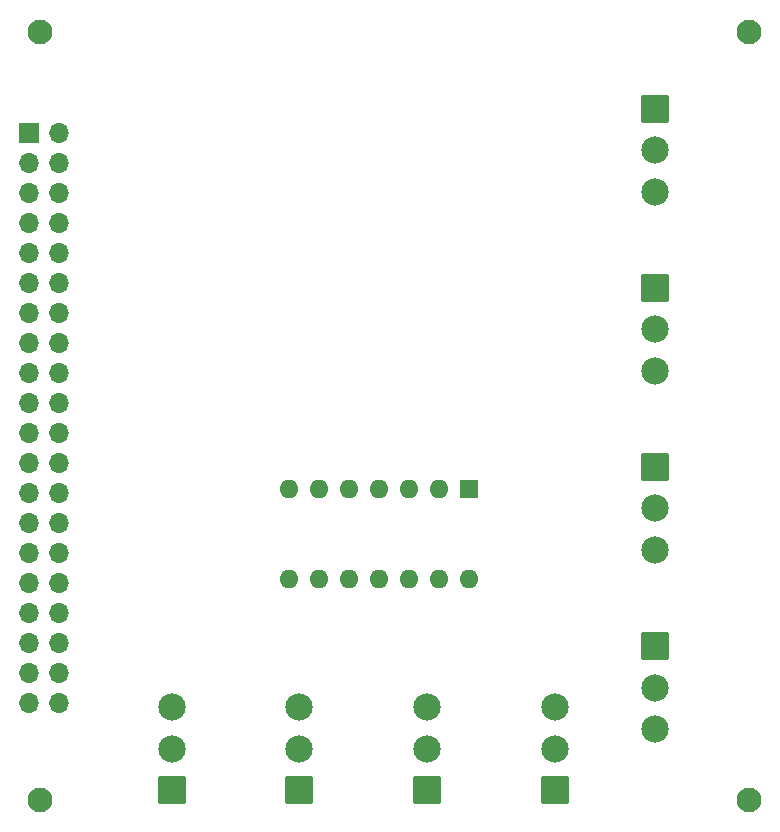
<source format=gbs>
%TF.GenerationSoftware,KiCad,Pcbnew,8.0.5*%
%TF.CreationDate,2024-10-20T15:20:27-04:00*%
%TF.ProjectId,Jetson_Extension_Board,4a657473-6f6e-45f4-9578-74656e73696f,rev?*%
%TF.SameCoordinates,Original*%
%TF.FileFunction,Soldermask,Bot*%
%TF.FilePolarity,Negative*%
%FSLAX46Y46*%
G04 Gerber Fmt 4.6, Leading zero omitted, Abs format (unit mm)*
G04 Created by KiCad (PCBNEW 8.0.5) date 2024-10-20 15:20:27*
%MOMM*%
%LPD*%
G01*
G04 APERTURE LIST*
G04 Aperture macros list*
%AMRoundRect*
0 Rectangle with rounded corners*
0 $1 Rounding radius*
0 $2 $3 $4 $5 $6 $7 $8 $9 X,Y pos of 4 corners*
0 Add a 4 corners polygon primitive as box body*
4,1,4,$2,$3,$4,$5,$6,$7,$8,$9,$2,$3,0*
0 Add four circle primitives for the rounded corners*
1,1,$1+$1,$2,$3*
1,1,$1+$1,$4,$5*
1,1,$1+$1,$6,$7*
1,1,$1+$1,$8,$9*
0 Add four rect primitives between the rounded corners*
20,1,$1+$1,$2,$3,$4,$5,0*
20,1,$1+$1,$4,$5,$6,$7,0*
20,1,$1+$1,$6,$7,$8,$9,0*
20,1,$1+$1,$8,$9,$2,$3,0*%
G04 Aperture macros list end*
%ADD10RoundRect,0.102000X1.050000X-1.050000X1.050000X1.050000X-1.050000X1.050000X-1.050000X-1.050000X0*%
%ADD11C,2.304000*%
%ADD12RoundRect,0.102000X-1.050000X1.050000X-1.050000X-1.050000X1.050000X-1.050000X1.050000X1.050000X0*%
%ADD13R,1.700000X1.700000*%
%ADD14O,1.700000X1.700000*%
%ADD15C,2.100000*%
%ADD16R,1.600000X1.600000*%
%ADD17O,1.600000X1.600000*%
G04 APERTURE END LIST*
D10*
%TO.C,J3*%
X147766667Y-154162500D03*
D11*
X147766667Y-150662500D03*
X147766667Y-147162500D03*
%TD*%
D12*
%TO.C,J7*%
X167000000Y-142000000D03*
D11*
X167000000Y-145500000D03*
X167000000Y-149000000D03*
%TD*%
D10*
%TO.C,J4*%
X136933334Y-154162500D03*
D11*
X136933334Y-150662500D03*
X136933334Y-147162500D03*
%TD*%
D13*
%TO.C,J6*%
X114000000Y-98560000D03*
D14*
X116540000Y-98560000D03*
X114000000Y-101100000D03*
X116540000Y-101100000D03*
X114000000Y-103640000D03*
X116540000Y-103640000D03*
X114000000Y-106180000D03*
X116540000Y-106180000D03*
X114000000Y-108720000D03*
X116540000Y-108720000D03*
X114000000Y-111260000D03*
X116540000Y-111260000D03*
X114000000Y-113800000D03*
X116540000Y-113800000D03*
X114000000Y-116340000D03*
X116540000Y-116340000D03*
X114000000Y-118880000D03*
X116540000Y-118880000D03*
X114000000Y-121420000D03*
X116540000Y-121420000D03*
X114000000Y-123960000D03*
X116540000Y-123960000D03*
X114000000Y-126500000D03*
X116540000Y-126500000D03*
X114000000Y-129040000D03*
X116540000Y-129040000D03*
X114000000Y-131580000D03*
X116540000Y-131580000D03*
X114000000Y-134120000D03*
X116540000Y-134120000D03*
X114000000Y-136660000D03*
X116540000Y-136660000D03*
X114000000Y-139200000D03*
X116540000Y-139200000D03*
X114000000Y-141740000D03*
X116540000Y-141740000D03*
X114000000Y-144280000D03*
X116540000Y-144280000D03*
X114000000Y-146820000D03*
X116540000Y-146820000D03*
%TD*%
D12*
%TO.C,J10*%
X167000000Y-96500000D03*
D11*
X167000000Y-100000000D03*
X167000000Y-103500000D03*
%TD*%
D15*
%TO.C,H1*%
X115000000Y-90000000D03*
%TD*%
%TO.C,H2*%
X115000000Y-155000000D03*
%TD*%
D12*
%TO.C,J8*%
X167000000Y-126833332D03*
D11*
X167000000Y-130333332D03*
X167000000Y-133833332D03*
%TD*%
D12*
%TO.C,J9*%
X167000000Y-111666666D03*
D11*
X167000000Y-115166666D03*
X167000000Y-118666666D03*
%TD*%
D16*
%TO.C,U2*%
X151260000Y-128662500D03*
D17*
X148720000Y-128662500D03*
X146180000Y-128662500D03*
X143640000Y-128662500D03*
X141100000Y-128662500D03*
X138560000Y-128662500D03*
X136020000Y-128662500D03*
X136020000Y-136282500D03*
X138560000Y-136282500D03*
X141100000Y-136282500D03*
X143640000Y-136282500D03*
X146180000Y-136282500D03*
X148720000Y-136282500D03*
X151260000Y-136282500D03*
%TD*%
D10*
%TO.C,J2*%
X158600000Y-154162500D03*
D11*
X158600000Y-150662500D03*
X158600000Y-147162500D03*
%TD*%
D15*
%TO.C,H4*%
X175000000Y-155000000D03*
%TD*%
%TO.C,H3*%
X175000000Y-90000000D03*
%TD*%
D10*
%TO.C,J5*%
X126100000Y-154162500D03*
D11*
X126100000Y-150662500D03*
X126100000Y-147162500D03*
%TD*%
M02*

</source>
